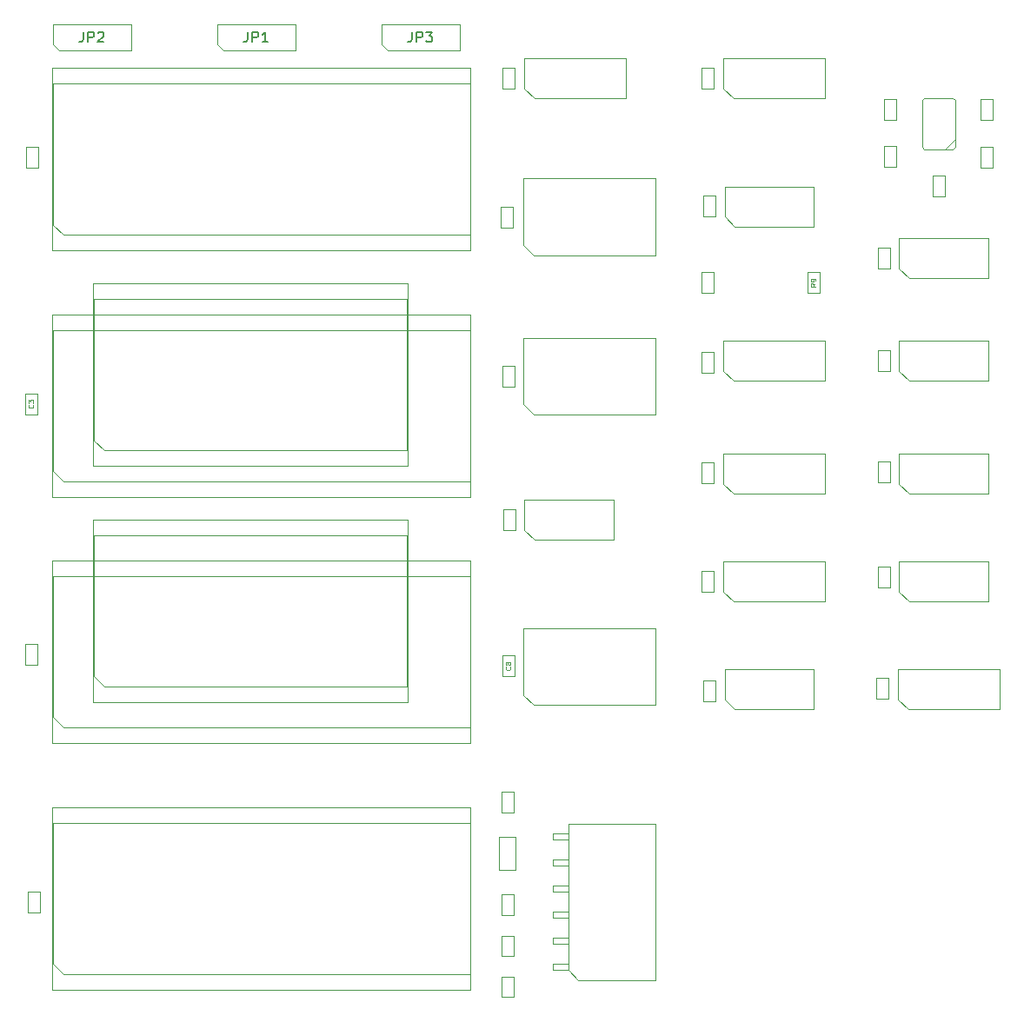
<source format=gbr>
G04 #@! TF.GenerationSoftware,KiCad,Pcbnew,(5.1.2-1)-1*
G04 #@! TF.CreationDate,2020-04-02T23:09:06+01:00*
G04 #@! TF.ProjectId,MZ80-ROMPG,4d5a3830-2d52-44f4-9d50-472e6b696361,rev?*
G04 #@! TF.SameCoordinates,Original*
G04 #@! TF.FileFunction,Other,Fab,Top*
%FSLAX46Y46*%
G04 Gerber Fmt 4.6, Leading zero omitted, Abs format (unit mm)*
G04 Created by KiCad (PCBNEW (5.1.2-1)-1) date 2020-04-02 23:09:06*
%MOMM*%
%LPD*%
G04 APERTURE LIST*
%ADD10C,0.100000*%
%ADD11C,0.080000*%
%ADD12C,0.150000*%
G04 APERTURE END LIST*
D10*
X191608000Y-43394000D02*
X192608000Y-42394000D01*
X189608000Y-43394000D02*
X189408000Y-43194000D01*
X192408000Y-43394000D02*
X189608000Y-43394000D01*
X192608000Y-43194000D02*
X192408000Y-43394000D01*
X192608000Y-38594000D02*
X192608000Y-43194000D01*
X192408000Y-38394000D02*
X192608000Y-38594000D01*
X189608000Y-38394000D02*
X192408000Y-38394000D01*
X189408000Y-38594000D02*
X189608000Y-38394000D01*
X189408000Y-43194000D02*
X189408000Y-38594000D01*
X179416000Y-57388000D02*
X178216000Y-57388000D01*
X178216000Y-57388000D02*
X178216000Y-55388000D01*
X178216000Y-55388000D02*
X179416000Y-55388000D01*
X179416000Y-55388000D02*
X179416000Y-57388000D01*
X151600000Y-69250000D02*
X150600000Y-68250000D01*
X163400000Y-69250000D02*
X151600000Y-69250000D01*
X163400000Y-61750000D02*
X163400000Y-69250000D01*
X150600000Y-61750000D02*
X163400000Y-61750000D01*
X150600000Y-68250000D02*
X150600000Y-61750000D01*
X151600000Y-53750000D02*
X150600000Y-52750000D01*
X163400000Y-53750000D02*
X151600000Y-53750000D01*
X163400000Y-46250000D02*
X163400000Y-53750000D01*
X150600000Y-46250000D02*
X163400000Y-46250000D01*
X150600000Y-52750000D02*
X150600000Y-46250000D01*
X151600000Y-97550000D02*
X150600000Y-96550000D01*
X163400000Y-97550000D02*
X151600000Y-97550000D01*
X163400000Y-90050000D02*
X163400000Y-97550000D01*
X150600000Y-90050000D02*
X163400000Y-90050000D01*
X150600000Y-96550000D02*
X150600000Y-90050000D01*
X171025000Y-38450000D02*
X170050000Y-37475000D01*
X179950000Y-38450000D02*
X171025000Y-38450000D01*
X179950000Y-34550000D02*
X179950000Y-38450000D01*
X170050000Y-34550000D02*
X179950000Y-34550000D01*
X170050000Y-37475000D02*
X170050000Y-34550000D01*
X148625000Y-80502000D02*
X148625000Y-78502000D01*
X149825000Y-80502000D02*
X148625000Y-80502000D01*
X149825000Y-78502000D02*
X149825000Y-80502000D01*
X148625000Y-78502000D02*
X149825000Y-78502000D01*
X171150000Y-97950000D02*
X170175000Y-96975000D01*
X178825000Y-97950000D02*
X171150000Y-97950000D01*
X178825000Y-94050000D02*
X178825000Y-97950000D01*
X170175000Y-94050000D02*
X178825000Y-94050000D01*
X170175000Y-96975000D02*
X170175000Y-94050000D01*
X153416000Y-110063000D02*
X153416000Y-110663000D01*
X154936000Y-110063000D02*
X153416000Y-110063000D01*
X153416000Y-110663000D02*
X154936000Y-110663000D01*
X153416000Y-112603000D02*
X153416000Y-113203000D01*
X154936000Y-112603000D02*
X153416000Y-112603000D01*
X153416000Y-113203000D02*
X154936000Y-113203000D01*
X153416000Y-115143000D02*
X153416000Y-115743000D01*
X154936000Y-115143000D02*
X153416000Y-115143000D01*
X153416000Y-115743000D02*
X154936000Y-115743000D01*
X153416000Y-117683000D02*
X153416000Y-118283000D01*
X154936000Y-117683000D02*
X153416000Y-117683000D01*
X153416000Y-118283000D02*
X154936000Y-118283000D01*
X153416000Y-120223000D02*
X153416000Y-120823000D01*
X154936000Y-120223000D02*
X153416000Y-120223000D01*
X153416000Y-120823000D02*
X154936000Y-120823000D01*
X153416000Y-122763000D02*
X153416000Y-123363000D01*
X154936000Y-122763000D02*
X153416000Y-122763000D01*
X153416000Y-123363000D02*
X154936000Y-123363000D01*
X163446000Y-109093000D02*
X163446000Y-124333000D01*
X154936000Y-109093000D02*
X163446000Y-109093000D01*
X154936000Y-123363000D02*
X154936000Y-109093000D01*
X155906000Y-124333000D02*
X154936000Y-123363000D01*
X163446000Y-124333000D02*
X155906000Y-124333000D01*
X104670000Y-35490000D02*
X104670000Y-53270000D01*
X145430000Y-35490000D02*
X104670000Y-35490000D01*
X145430000Y-53270000D02*
X145430000Y-35490000D01*
X104670000Y-53270000D02*
X145430000Y-53270000D01*
X105730000Y-51745000D02*
X104730000Y-50745000D01*
X145370000Y-51745000D02*
X105730000Y-51745000D01*
X145370000Y-37015000D02*
X145370000Y-51745000D01*
X104730000Y-37015000D02*
X145370000Y-37015000D01*
X104730000Y-50745000D02*
X104730000Y-37015000D01*
X104670000Y-59490000D02*
X104670000Y-77270000D01*
X145430000Y-59490000D02*
X104670000Y-59490000D01*
X145430000Y-77270000D02*
X145430000Y-59490000D01*
X104670000Y-77270000D02*
X145430000Y-77270000D01*
X105730000Y-75745000D02*
X104730000Y-74745000D01*
X145370000Y-75745000D02*
X105730000Y-75745000D01*
X145370000Y-61015000D02*
X145370000Y-75745000D01*
X104730000Y-61015000D02*
X145370000Y-61015000D01*
X104730000Y-74745000D02*
X104730000Y-61015000D01*
X104670000Y-83490000D02*
X104670000Y-101270000D01*
X145430000Y-83490000D02*
X104670000Y-83490000D01*
X145430000Y-101270000D02*
X145430000Y-83490000D01*
X104670000Y-101270000D02*
X145430000Y-101270000D01*
X105730000Y-99745000D02*
X104730000Y-98745000D01*
X145370000Y-99745000D02*
X105730000Y-99745000D01*
X145370000Y-85015000D02*
X145370000Y-99745000D01*
X104730000Y-85015000D02*
X145370000Y-85015000D01*
X104730000Y-98745000D02*
X104730000Y-85015000D01*
X108670000Y-56490000D02*
X108670000Y-74270000D01*
X139270000Y-56490000D02*
X108670000Y-56490000D01*
X139270000Y-74270000D02*
X139270000Y-56490000D01*
X108670000Y-74270000D02*
X139270000Y-74270000D01*
X109730000Y-72745000D02*
X108730000Y-71745000D01*
X139210000Y-72745000D02*
X109730000Y-72745000D01*
X139210000Y-58015000D02*
X139210000Y-72745000D01*
X108730000Y-58015000D02*
X139210000Y-58015000D01*
X108730000Y-71745000D02*
X108730000Y-58015000D01*
X108670000Y-79490000D02*
X108670000Y-97270000D01*
X139270000Y-79490000D02*
X108670000Y-79490000D01*
X139270000Y-97270000D02*
X139270000Y-79490000D01*
X108670000Y-97270000D02*
X139270000Y-97270000D01*
X109730000Y-95745000D02*
X108730000Y-94745000D01*
X139210000Y-95745000D02*
X109730000Y-95745000D01*
X139210000Y-81015000D02*
X139210000Y-95745000D01*
X108730000Y-81015000D02*
X139210000Y-81015000D01*
X108730000Y-94745000D02*
X108730000Y-81015000D01*
X104670000Y-107490000D02*
X104670000Y-125270000D01*
X145430000Y-107490000D02*
X104670000Y-107490000D01*
X145430000Y-125270000D02*
X145430000Y-107490000D01*
X104670000Y-125270000D02*
X145430000Y-125270000D01*
X105730000Y-123745000D02*
X104730000Y-122745000D01*
X145370000Y-123745000D02*
X105730000Y-123745000D01*
X145370000Y-109015000D02*
X145370000Y-123745000D01*
X104730000Y-109015000D02*
X145370000Y-109015000D01*
X104730000Y-122745000D02*
X104730000Y-109015000D01*
X185074000Y-86090000D02*
X185074000Y-84090000D01*
X186274000Y-86090000D02*
X185074000Y-86090000D01*
X186274000Y-84090000D02*
X186274000Y-86090000D01*
X185074000Y-84090000D02*
X186274000Y-84090000D01*
X171025000Y-76950000D02*
X170050000Y-75975000D01*
X179950000Y-76950000D02*
X171025000Y-76950000D01*
X179950000Y-73050000D02*
X179950000Y-76950000D01*
X170050000Y-73050000D02*
X179950000Y-73050000D01*
X170050000Y-75975000D02*
X170050000Y-73050000D01*
X187175000Y-86475000D02*
X187175000Y-83550000D01*
X187175000Y-83550000D02*
X195825000Y-83550000D01*
X195825000Y-83550000D02*
X195825000Y-87450000D01*
X195825000Y-87450000D02*
X188150000Y-87450000D01*
X188150000Y-87450000D02*
X187175000Y-86475000D01*
X187050000Y-96975000D02*
X187050000Y-94050000D01*
X187050000Y-94050000D02*
X196950000Y-94050000D01*
X196950000Y-94050000D02*
X196950000Y-97950000D01*
X196950000Y-97950000D02*
X188025000Y-97950000D01*
X188025000Y-97950000D02*
X187050000Y-96975000D01*
X171025000Y-87450000D02*
X170050000Y-86475000D01*
X179950000Y-87450000D02*
X171025000Y-87450000D01*
X179950000Y-83550000D02*
X179950000Y-87450000D01*
X170050000Y-83550000D02*
X179950000Y-83550000D01*
X170050000Y-86475000D02*
X170050000Y-83550000D01*
X151625000Y-38450000D02*
X150650000Y-37475000D01*
X160550000Y-38450000D02*
X151625000Y-38450000D01*
X160550000Y-34550000D02*
X160550000Y-38450000D01*
X150650000Y-34550000D02*
X160550000Y-34550000D01*
X150650000Y-37475000D02*
X150650000Y-34550000D01*
X171025000Y-65950000D02*
X170050000Y-64975000D01*
X179950000Y-65950000D02*
X171025000Y-65950000D01*
X179950000Y-62050000D02*
X179950000Y-65950000D01*
X170050000Y-62050000D02*
X179950000Y-62050000D01*
X170050000Y-64975000D02*
X170050000Y-62050000D01*
X188150000Y-76950000D02*
X187175000Y-75975000D01*
X195825000Y-76950000D02*
X188150000Y-76950000D01*
X195825000Y-73050000D02*
X195825000Y-76950000D01*
X187175000Y-73050000D02*
X195825000Y-73050000D01*
X187175000Y-75975000D02*
X187175000Y-73050000D01*
X188150000Y-65950000D02*
X187175000Y-64975000D01*
X195825000Y-65950000D02*
X188150000Y-65950000D01*
X195825000Y-62050000D02*
X195825000Y-65950000D01*
X187175000Y-62050000D02*
X195825000Y-62050000D01*
X187175000Y-64975000D02*
X187175000Y-62050000D01*
X188150000Y-55950000D02*
X187175000Y-54975000D01*
X195825000Y-55950000D02*
X188150000Y-55950000D01*
X195825000Y-52050000D02*
X195825000Y-55950000D01*
X187175000Y-52050000D02*
X195825000Y-52050000D01*
X187175000Y-54975000D02*
X187175000Y-52050000D01*
X171150000Y-50950000D02*
X170175000Y-49975000D01*
X178825000Y-50950000D02*
X171150000Y-50950000D01*
X178825000Y-47050000D02*
X178825000Y-50950000D01*
X170175000Y-47050000D02*
X178825000Y-47050000D01*
X170175000Y-49975000D02*
X170175000Y-47050000D01*
X150675000Y-80475000D02*
X150675000Y-77550000D01*
X150675000Y-77550000D02*
X159325000Y-77550000D01*
X159325000Y-77550000D02*
X159325000Y-81450000D01*
X159325000Y-81450000D02*
X151650000Y-81450000D01*
X151650000Y-81450000D02*
X150675000Y-80475000D01*
X149600000Y-124000000D02*
X149600000Y-126000000D01*
X148400000Y-124000000D02*
X149600000Y-124000000D01*
X148400000Y-126000000D02*
X148400000Y-124000000D01*
X149600000Y-126000000D02*
X148400000Y-126000000D01*
X149600000Y-120000000D02*
X149600000Y-122000000D01*
X148400000Y-120000000D02*
X149600000Y-120000000D01*
X148400000Y-122000000D02*
X148400000Y-120000000D01*
X149600000Y-122000000D02*
X148400000Y-122000000D01*
X149600000Y-116000000D02*
X149600000Y-118000000D01*
X148400000Y-116000000D02*
X149600000Y-116000000D01*
X148400000Y-118000000D02*
X148400000Y-116000000D01*
X149600000Y-118000000D02*
X148400000Y-118000000D01*
X185709000Y-45069000D02*
X185709000Y-43069000D01*
X186909000Y-45069000D02*
X185709000Y-45069000D01*
X186909000Y-43069000D02*
X186909000Y-45069000D01*
X185709000Y-43069000D02*
X186909000Y-43069000D01*
X191608000Y-45990000D02*
X191608000Y-47990000D01*
X190408000Y-45990000D02*
X191608000Y-45990000D01*
X190408000Y-47990000D02*
X190408000Y-45990000D01*
X191608000Y-47990000D02*
X190408000Y-47990000D01*
X196307000Y-43187000D02*
X196307000Y-45187000D01*
X195107000Y-43187000D02*
X196307000Y-43187000D01*
X195107000Y-45187000D02*
X195107000Y-43187000D01*
X196307000Y-45187000D02*
X195107000Y-45187000D01*
X195107000Y-40497000D02*
X195107000Y-38497000D01*
X196307000Y-40497000D02*
X195107000Y-40497000D01*
X196307000Y-38497000D02*
X196307000Y-40497000D01*
X195107000Y-38497000D02*
X196307000Y-38497000D01*
X167929000Y-55388000D02*
X169129000Y-55388000D01*
X169129000Y-55388000D02*
X169129000Y-57388000D01*
X169129000Y-57388000D02*
X167929000Y-57388000D01*
X167929000Y-57388000D02*
X167929000Y-55388000D01*
X137365000Y-33770000D02*
X136730000Y-33135000D01*
X144350000Y-33770000D02*
X137365000Y-33770000D01*
X144350000Y-31230000D02*
X144350000Y-33770000D01*
X136730000Y-31230000D02*
X144350000Y-31230000D01*
X136730000Y-33135000D02*
X136730000Y-31230000D01*
X105365000Y-33770000D02*
X104730000Y-33135000D01*
X112350000Y-33770000D02*
X105365000Y-33770000D01*
X112350000Y-31230000D02*
X112350000Y-33770000D01*
X104730000Y-31230000D02*
X112350000Y-31230000D01*
X104730000Y-33135000D02*
X104730000Y-31230000D01*
X121365000Y-33770000D02*
X120730000Y-33135000D01*
X128350000Y-33770000D02*
X121365000Y-33770000D01*
X128350000Y-31230000D02*
X128350000Y-33770000D01*
X120730000Y-31230000D02*
X128350000Y-31230000D01*
X120730000Y-33135000D02*
X120730000Y-31230000D01*
X149800000Y-110400000D02*
X149800000Y-113600000D01*
X148200000Y-110400000D02*
X149800000Y-110400000D01*
X148200000Y-113600000D02*
X148200000Y-110400000D01*
X149800000Y-113600000D02*
X148200000Y-113600000D01*
X148400000Y-108000000D02*
X148400000Y-106000000D01*
X149600000Y-108000000D02*
X148400000Y-108000000D01*
X149600000Y-106000000D02*
X149600000Y-108000000D01*
X148400000Y-106000000D02*
X149600000Y-106000000D01*
X167929000Y-75930000D02*
X167929000Y-73930000D01*
X169129000Y-75930000D02*
X167929000Y-75930000D01*
X169129000Y-73930000D02*
X169129000Y-75930000D01*
X167929000Y-73930000D02*
X169129000Y-73930000D01*
X167929000Y-86471000D02*
X167929000Y-84471000D01*
X169129000Y-86471000D02*
X167929000Y-86471000D01*
X169129000Y-84471000D02*
X169129000Y-86471000D01*
X167929000Y-84471000D02*
X169129000Y-84471000D01*
X184947000Y-96885000D02*
X184947000Y-94885000D01*
X186147000Y-96885000D02*
X184947000Y-96885000D01*
X186147000Y-94885000D02*
X186147000Y-96885000D01*
X184947000Y-94885000D02*
X186147000Y-94885000D01*
X167929000Y-37449000D02*
X167929000Y-35449000D01*
X169129000Y-37449000D02*
X167929000Y-37449000D01*
X169129000Y-35449000D02*
X169129000Y-37449000D01*
X167929000Y-35449000D02*
X169129000Y-35449000D01*
X186909000Y-38497000D02*
X186909000Y-40497000D01*
X185709000Y-38497000D02*
X186909000Y-38497000D01*
X185709000Y-40497000D02*
X185709000Y-38497000D01*
X186909000Y-40497000D02*
X185709000Y-40497000D01*
X167929000Y-65135000D02*
X167929000Y-63135000D01*
X169129000Y-65135000D02*
X167929000Y-65135000D01*
X169129000Y-63135000D02*
X169129000Y-65135000D01*
X167929000Y-63135000D02*
X169129000Y-63135000D01*
X168056000Y-97139000D02*
X168056000Y-95139000D01*
X169256000Y-97139000D02*
X168056000Y-97139000D01*
X169256000Y-95139000D02*
X169256000Y-97139000D01*
X168056000Y-95139000D02*
X169256000Y-95139000D01*
X185074000Y-75803000D02*
X185074000Y-73803000D01*
X186274000Y-75803000D02*
X185074000Y-75803000D01*
X186274000Y-73803000D02*
X186274000Y-75803000D01*
X185074000Y-73803000D02*
X186274000Y-73803000D01*
X185074000Y-65008000D02*
X185074000Y-63008000D01*
X186274000Y-65008000D02*
X185074000Y-65008000D01*
X186274000Y-63008000D02*
X186274000Y-65008000D01*
X185074000Y-63008000D02*
X186274000Y-63008000D01*
X168056000Y-49895000D02*
X168056000Y-47895000D01*
X169256000Y-49895000D02*
X168056000Y-49895000D01*
X169256000Y-47895000D02*
X169256000Y-49895000D01*
X168056000Y-47895000D02*
X169256000Y-47895000D01*
X148498000Y-37449000D02*
X148498000Y-35449000D01*
X149698000Y-37449000D02*
X148498000Y-37449000D01*
X149698000Y-35449000D02*
X149698000Y-37449000D01*
X148498000Y-35449000D02*
X149698000Y-35449000D01*
X148498000Y-66532000D02*
X148498000Y-64532000D01*
X149698000Y-66532000D02*
X148498000Y-66532000D01*
X149698000Y-64532000D02*
X149698000Y-66532000D01*
X148498000Y-64532000D02*
X149698000Y-64532000D01*
X148371000Y-51038000D02*
X148371000Y-49038000D01*
X149571000Y-51038000D02*
X148371000Y-51038000D01*
X149571000Y-49038000D02*
X149571000Y-51038000D01*
X148371000Y-49038000D02*
X149571000Y-49038000D01*
X148498000Y-94726000D02*
X148498000Y-92726000D01*
X149698000Y-94726000D02*
X148498000Y-94726000D01*
X149698000Y-92726000D02*
X149698000Y-94726000D01*
X148498000Y-92726000D02*
X149698000Y-92726000D01*
X185074000Y-54975000D02*
X185074000Y-52975000D01*
X186274000Y-54975000D02*
X185074000Y-54975000D01*
X186274000Y-52975000D02*
X186274000Y-54975000D01*
X185074000Y-52975000D02*
X186274000Y-52975000D01*
X102143000Y-45196000D02*
X102143000Y-43196000D01*
X103343000Y-45196000D02*
X102143000Y-45196000D01*
X103343000Y-43196000D02*
X103343000Y-45196000D01*
X102143000Y-43196000D02*
X103343000Y-43196000D01*
X102016000Y-69199000D02*
X102016000Y-67199000D01*
X103216000Y-69199000D02*
X102016000Y-69199000D01*
X103216000Y-67199000D02*
X103216000Y-69199000D01*
X102016000Y-67199000D02*
X103216000Y-67199000D01*
X102016000Y-93583000D02*
X102016000Y-91583000D01*
X103216000Y-93583000D02*
X102016000Y-93583000D01*
X103216000Y-91583000D02*
X103216000Y-93583000D01*
X102016000Y-91583000D02*
X103216000Y-91583000D01*
X102270000Y-117713000D02*
X102270000Y-115713000D01*
X103470000Y-117713000D02*
X102270000Y-117713000D01*
X103470000Y-115713000D02*
X103470000Y-117713000D01*
X102270000Y-115713000D02*
X103470000Y-115713000D01*
D11*
X179042190Y-56471333D02*
X178804095Y-56638000D01*
X179042190Y-56757047D02*
X178542190Y-56757047D01*
X178542190Y-56566571D01*
X178566000Y-56518952D01*
X178589809Y-56495142D01*
X178637428Y-56471333D01*
X178708857Y-56471333D01*
X178756476Y-56495142D01*
X178780285Y-56518952D01*
X178804095Y-56566571D01*
X178804095Y-56757047D01*
X179042190Y-56233238D02*
X179042190Y-56138000D01*
X179018380Y-56090380D01*
X178994571Y-56066571D01*
X178923142Y-56018952D01*
X178827904Y-55995142D01*
X178637428Y-55995142D01*
X178589809Y-56018952D01*
X178566000Y-56042761D01*
X178542190Y-56090380D01*
X178542190Y-56185619D01*
X178566000Y-56233238D01*
X178589809Y-56257047D01*
X178637428Y-56280857D01*
X178756476Y-56280857D01*
X178804095Y-56257047D01*
X178827904Y-56233238D01*
X178851714Y-56185619D01*
X178851714Y-56090380D01*
X178827904Y-56042761D01*
X178804095Y-56018952D01*
X178756476Y-55995142D01*
D12*
X139706666Y-31952380D02*
X139706666Y-32666666D01*
X139659047Y-32809523D01*
X139563809Y-32904761D01*
X139420952Y-32952380D01*
X139325714Y-32952380D01*
X140182857Y-32952380D02*
X140182857Y-31952380D01*
X140563809Y-31952380D01*
X140659047Y-32000000D01*
X140706666Y-32047619D01*
X140754285Y-32142857D01*
X140754285Y-32285714D01*
X140706666Y-32380952D01*
X140659047Y-32428571D01*
X140563809Y-32476190D01*
X140182857Y-32476190D01*
X141087619Y-31952380D02*
X141706666Y-31952380D01*
X141373333Y-32333333D01*
X141516190Y-32333333D01*
X141611428Y-32380952D01*
X141659047Y-32428571D01*
X141706666Y-32523809D01*
X141706666Y-32761904D01*
X141659047Y-32857142D01*
X141611428Y-32904761D01*
X141516190Y-32952380D01*
X141230476Y-32952380D01*
X141135238Y-32904761D01*
X141087619Y-32857142D01*
X107706666Y-31952380D02*
X107706666Y-32666666D01*
X107659047Y-32809523D01*
X107563809Y-32904761D01*
X107420952Y-32952380D01*
X107325714Y-32952380D01*
X108182857Y-32952380D02*
X108182857Y-31952380D01*
X108563809Y-31952380D01*
X108659047Y-32000000D01*
X108706666Y-32047619D01*
X108754285Y-32142857D01*
X108754285Y-32285714D01*
X108706666Y-32380952D01*
X108659047Y-32428571D01*
X108563809Y-32476190D01*
X108182857Y-32476190D01*
X109135238Y-32047619D02*
X109182857Y-32000000D01*
X109278095Y-31952380D01*
X109516190Y-31952380D01*
X109611428Y-32000000D01*
X109659047Y-32047619D01*
X109706666Y-32142857D01*
X109706666Y-32238095D01*
X109659047Y-32380952D01*
X109087619Y-32952380D01*
X109706666Y-32952380D01*
X123706666Y-31952380D02*
X123706666Y-32666666D01*
X123659047Y-32809523D01*
X123563809Y-32904761D01*
X123420952Y-32952380D01*
X123325714Y-32952380D01*
X124182857Y-32952380D02*
X124182857Y-31952380D01*
X124563809Y-31952380D01*
X124659047Y-32000000D01*
X124706666Y-32047619D01*
X124754285Y-32142857D01*
X124754285Y-32285714D01*
X124706666Y-32380952D01*
X124659047Y-32428571D01*
X124563809Y-32476190D01*
X124182857Y-32476190D01*
X125706666Y-32952380D02*
X125135238Y-32952380D01*
X125420952Y-32952380D02*
X125420952Y-31952380D01*
X125325714Y-32095238D01*
X125230476Y-32190476D01*
X125135238Y-32238095D01*
D11*
X149276571Y-93809333D02*
X149300380Y-93833142D01*
X149324190Y-93904571D01*
X149324190Y-93952190D01*
X149300380Y-94023619D01*
X149252761Y-94071238D01*
X149205142Y-94095047D01*
X149109904Y-94118857D01*
X149038476Y-94118857D01*
X148943238Y-94095047D01*
X148895619Y-94071238D01*
X148848000Y-94023619D01*
X148824190Y-93952190D01*
X148824190Y-93904571D01*
X148848000Y-93833142D01*
X148871809Y-93809333D01*
X149038476Y-93523619D02*
X149014666Y-93571238D01*
X148990857Y-93595047D01*
X148943238Y-93618857D01*
X148919428Y-93618857D01*
X148871809Y-93595047D01*
X148848000Y-93571238D01*
X148824190Y-93523619D01*
X148824190Y-93428380D01*
X148848000Y-93380761D01*
X148871809Y-93356952D01*
X148919428Y-93333142D01*
X148943238Y-93333142D01*
X148990857Y-93356952D01*
X149014666Y-93380761D01*
X149038476Y-93428380D01*
X149038476Y-93523619D01*
X149062285Y-93571238D01*
X149086095Y-93595047D01*
X149133714Y-93618857D01*
X149228952Y-93618857D01*
X149276571Y-93595047D01*
X149300380Y-93571238D01*
X149324190Y-93523619D01*
X149324190Y-93428380D01*
X149300380Y-93380761D01*
X149276571Y-93356952D01*
X149228952Y-93333142D01*
X149133714Y-93333142D01*
X149086095Y-93356952D01*
X149062285Y-93380761D01*
X149038476Y-93428380D01*
X102794571Y-68282333D02*
X102818380Y-68306142D01*
X102842190Y-68377571D01*
X102842190Y-68425190D01*
X102818380Y-68496619D01*
X102770761Y-68544238D01*
X102723142Y-68568047D01*
X102627904Y-68591857D01*
X102556476Y-68591857D01*
X102461238Y-68568047D01*
X102413619Y-68544238D01*
X102366000Y-68496619D01*
X102342190Y-68425190D01*
X102342190Y-68377571D01*
X102366000Y-68306142D01*
X102389809Y-68282333D01*
X102342190Y-68115666D02*
X102342190Y-67806142D01*
X102532666Y-67972809D01*
X102532666Y-67901380D01*
X102556476Y-67853761D01*
X102580285Y-67829952D01*
X102627904Y-67806142D01*
X102746952Y-67806142D01*
X102794571Y-67829952D01*
X102818380Y-67853761D01*
X102842190Y-67901380D01*
X102842190Y-68044238D01*
X102818380Y-68091857D01*
X102794571Y-68115666D01*
M02*

</source>
